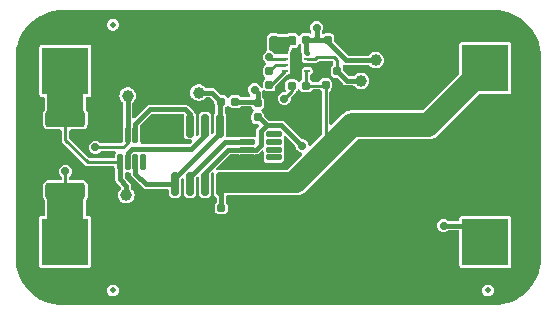
<source format=gtl>
%TF.GenerationSoftware,KiCad,Pcbnew,8.0.1*%
%TF.CreationDate,2025-02-04T12:10:19-05:00*%
%TF.ProjectId,diff_amp_breakout,64696666-5f61-46d7-905f-627265616b6f,rev?*%
%TF.SameCoordinates,Original*%
%TF.FileFunction,Copper,L1,Top*%
%TF.FilePolarity,Positive*%
%FSLAX46Y46*%
G04 Gerber Fmt 4.6, Leading zero omitted, Abs format (unit mm)*
G04 Created by KiCad (PCBNEW 8.0.1) date 2025-02-04 12:10:19*
%MOMM*%
%LPD*%
G01*
G04 APERTURE LIST*
G04 Aperture macros list*
%AMRoundRect*
0 Rectangle with rounded corners*
0 $1 Rounding radius*
0 $2 $3 $4 $5 $6 $7 $8 $9 X,Y pos of 4 corners*
0 Add a 4 corners polygon primitive as box body*
4,1,4,$2,$3,$4,$5,$6,$7,$8,$9,$2,$3,0*
0 Add four circle primitives for the rounded corners*
1,1,$1+$1,$2,$3*
1,1,$1+$1,$4,$5*
1,1,$1+$1,$6,$7*
1,1,$1+$1,$8,$9*
0 Add four rect primitives between the rounded corners*
20,1,$1+$1,$2,$3,$4,$5,0*
20,1,$1+$1,$4,$5,$6,$7,0*
20,1,$1+$1,$6,$7,$8,$9,0*
20,1,$1+$1,$8,$9,$2,$3,0*%
G04 Aperture macros list end*
%TA.AperFunction,SMDPad,CuDef*%
%ADD10C,1.000000*%
%TD*%
%TA.AperFunction,SMDPad,CuDef*%
%ADD11C,0.500000*%
%TD*%
%TA.AperFunction,SMDPad,CuDef*%
%ADD12RoundRect,0.125000X0.537500X0.125000X-0.537500X0.125000X-0.537500X-0.125000X0.537500X-0.125000X0*%
%TD*%
%TA.AperFunction,SMDPad,CuDef*%
%ADD13RoundRect,0.160000X0.160000X-0.197500X0.160000X0.197500X-0.160000X0.197500X-0.160000X-0.197500X0*%
%TD*%
%TA.AperFunction,SMDPad,CuDef*%
%ADD14RoundRect,0.160000X-0.197500X-0.160000X0.197500X-0.160000X0.197500X0.160000X-0.197500X0.160000X0*%
%TD*%
%TA.AperFunction,SMDPad,CuDef*%
%ADD15RoundRect,0.062500X0.187500X0.062500X-0.187500X0.062500X-0.187500X-0.062500X0.187500X-0.062500X0*%
%TD*%
%TA.AperFunction,SMDPad,CuDef*%
%ADD16R,0.900000X1.600000*%
%TD*%
%TA.AperFunction,SMDPad,CuDef*%
%ADD17RoundRect,0.160000X0.197500X0.160000X-0.197500X0.160000X-0.197500X-0.160000X0.197500X-0.160000X0*%
%TD*%
%TA.AperFunction,SMDPad,CuDef*%
%ADD18RoundRect,0.155000X-0.212500X-0.155000X0.212500X-0.155000X0.212500X0.155000X-0.212500X0.155000X0*%
%TD*%
%TA.AperFunction,SMDPad,CuDef*%
%ADD19RoundRect,0.155000X0.155000X-0.212500X0.155000X0.212500X-0.155000X0.212500X-0.155000X-0.212500X0*%
%TD*%
%TA.AperFunction,SMDPad,CuDef*%
%ADD20RoundRect,0.155000X-0.155000X0.212500X-0.155000X-0.212500X0.155000X-0.212500X0.155000X0.212500X0*%
%TD*%
%TA.AperFunction,SMDPad,CuDef*%
%ADD21RoundRect,0.150000X-0.150000X0.825000X-0.150000X-0.825000X0.150000X-0.825000X0.150000X0.825000X0*%
%TD*%
%TA.AperFunction,SMDPad,CuDef*%
%ADD22RoundRect,0.125000X0.125000X-0.537500X0.125000X0.537500X-0.125000X0.537500X-0.125000X-0.537500X0*%
%TD*%
%TA.AperFunction,SMDPad,CuDef*%
%ADD23RoundRect,0.249999X-1.425001X0.450001X-1.425001X-0.450001X1.425001X-0.450001X1.425001X0.450001X0*%
%TD*%
%TA.AperFunction,SMDPad,CuDef*%
%ADD24R,4.000000X4.000000*%
%TD*%
%TA.AperFunction,ViaPad*%
%ADD25C,0.700000*%
%TD*%
%TA.AperFunction,Conductor*%
%ADD26C,0.381000*%
%TD*%
%TA.AperFunction,Conductor*%
%ADD27C,2.032000*%
%TD*%
%TA.AperFunction,Conductor*%
%ADD28C,0.254000*%
%TD*%
%ADD29C,0.300000*%
G04 APERTURE END LIST*
D10*
%TO.P,TP5,1,1*%
%TO.N,/CPOUT*%
X118750000Y-58000000D03*
%TD*%
%TO.P,TP4,1,1*%
%TO.N,-3V3*%
X120000000Y-56250000D03*
%TD*%
%TO.P,TP3,1,1*%
%TO.N,/IOUT*%
X99000000Y-59250000D03*
%TD*%
%TO.P,TP2,1,1*%
%TO.N,/IIN*%
X98875000Y-67675000D03*
%TD*%
%TO.P,TP1,1,1*%
%TO.N,/RG1_FB*%
X105000000Y-59000000D03*
%TD*%
D11*
%TO.P,FID3,*%
%TO.N,*%
X129500000Y-75750000D03*
%TD*%
%TO.P,FID2,*%
%TO.N,*%
X97750000Y-53250000D03*
%TD*%
%TO.P,FID1,*%
%TO.N,*%
X97750000Y-75750000D03*
%TD*%
D12*
%TO.P,RN2,1,RIN1*%
%TO.N,unconnected-(RN2A-RIN1-Pad1)*%
X111373500Y-64475000D03*
%TO.P,RN2,2,RMID1*%
%TO.N,unconnected-(RN2A-RMID1-Pad2)*%
X111373500Y-63825000D03*
%TO.P,RN2,3,RG1*%
%TO.N,unconnected-(RN2A-RG1-Pad3)*%
X111373500Y-63175000D03*
%TO.P,RN2,4,GND/SUB*%
%TO.N,unconnected-(RN2A-GND{slash}SUB-Pad4)*%
X111373500Y-62525000D03*
%TO.P,RN2,5,RG2*%
%TO.N,GND*%
X109098500Y-62525000D03*
%TO.P,RN2,6,RMID2*%
%TO.N,Net-(RN2B-RMID2)*%
X109098500Y-63175000D03*
%TO.P,RN2,7,RIN2*%
%TO.N,/OUT*%
X109098500Y-63825000D03*
%TO.P,RN2,8,GND*%
%TO.N,GND*%
X109098500Y-64475000D03*
%TD*%
D13*
%TO.P,R6,1*%
%TO.N,/OUT*%
X110000000Y-61097500D03*
%TO.P,R6,2*%
%TO.N,-3V3*%
X110000000Y-59902500D03*
%TD*%
D14*
%TO.P,R5,1*%
%TO.N,/RG1_FB*%
X106902500Y-59750000D03*
%TO.P,R5,2*%
%TO.N,-3V3*%
X108097500Y-59750000D03*
%TD*%
D15*
%TO.P,U3,1,VIN*%
%TO.N,+3V3*%
X114200000Y-57150000D03*
%TO.P,U3,2,GND*%
%TO.N,GND*%
X114200000Y-56650000D03*
%TO.P,U3,3,CPOUT*%
%TO.N,/CPOUT*%
X114200000Y-56150000D03*
%TO.P,U3,4,VOUT*%
%TO.N,-3V3*%
X114200000Y-55650000D03*
%TO.P,U3,5,VFB*%
%TO.N,/VFB*%
X112300000Y-55650000D03*
%TO.P,U3,6,EN*%
%TO.N,/EN*%
X112300000Y-56150000D03*
%TO.P,U3,7,C-*%
%TO.N,/C-*%
X112300000Y-56650000D03*
%TO.P,U3,8,C+*%
%TO.N,/C+*%
X112300000Y-57150000D03*
D16*
%TO.P,U3,9,PAD*%
%TO.N,GND*%
X113250000Y-56400000D03*
%TD*%
D14*
%TO.P,R4,1*%
%TO.N,GND*%
X110152500Y-54500000D03*
%TO.P,R4,2*%
%TO.N,/VFB*%
X111347500Y-54500000D03*
%TD*%
%TO.P,R3,1*%
%TO.N,/VFB*%
X112902500Y-54500000D03*
%TO.P,R3,2*%
%TO.N,-3V3*%
X114097500Y-54500000D03*
%TD*%
D17*
%TO.P,R2,1*%
%TO.N,+3V3*%
X114097500Y-58400000D03*
%TO.P,R2,2*%
%TO.N,/EN*%
X112902500Y-58400000D03*
%TD*%
D18*
%TO.P,C5,1*%
%TO.N,-3V3*%
X115932500Y-54500000D03*
%TO.P,C5,2*%
%TO.N,GND*%
X117067500Y-54500000D03*
%TD*%
D19*
%TO.P,C4,1*%
%TO.N,/C+*%
X111000000Y-58317500D03*
%TO.P,C4,2*%
%TO.N,/C-*%
X111000000Y-57182500D03*
%TD*%
%TO.P,C3,1*%
%TO.N,+3V3*%
X115750000Y-58317500D03*
%TO.P,C3,2*%
%TO.N,GND*%
X115750000Y-57182500D03*
%TD*%
D18*
%TO.P,C2,1*%
%TO.N,+3V3*%
X106932500Y-68750000D03*
%TO.P,C2,2*%
%TO.N,GND*%
X108067500Y-68750000D03*
%TD*%
D20*
%TO.P,C1,1*%
%TO.N,/CPOUT*%
X116750000Y-57182500D03*
%TO.P,C1,2*%
%TO.N,GND*%
X116750000Y-58317500D03*
%TD*%
D21*
%TO.P,U1,1*%
%TO.N,/RG1_FB*%
X106807000Y-61787000D03*
%TO.P,U1,2,-*%
%TO.N,Net-(RN1A-RMID1)*%
X105537000Y-61787000D03*
%TO.P,U1,3,+*%
%TO.N,Net-(RN1B-RMID2)*%
X104267000Y-61787000D03*
%TO.P,U1,4,V-*%
%TO.N,GND*%
X102997000Y-61787000D03*
%TO.P,U1,5,+*%
%TO.N,/RG1_FB*%
X102997000Y-66737000D03*
%TO.P,U1,6,-*%
%TO.N,Net-(RN2B-RMID2)*%
X104267000Y-66737000D03*
%TO.P,U1,7*%
%TO.N,/OUT*%
X105537000Y-66737000D03*
%TO.P,U1,8,V+*%
%TO.N,+3V3*%
X106807000Y-66737000D03*
%TD*%
D22*
%TO.P,RN1,1,RIN1*%
%TO.N,/IIN*%
X98339000Y-64891500D03*
%TO.P,RN1,2,RMID1*%
%TO.N,Net-(RN1A-RMID1)*%
X98989000Y-64891500D03*
%TO.P,RN1,3,RG1*%
%TO.N,/RG1_FB*%
X99639000Y-64891500D03*
%TO.P,RN1,4,GND/SUB*%
%TO.N,unconnected-(RN1A-GND{slash}SUB-Pad4)*%
X100289000Y-64891500D03*
%TO.P,RN1,5,RG2*%
%TO.N,GND*%
X100289000Y-62616500D03*
%TO.P,RN1,6,RMID2*%
%TO.N,Net-(RN1B-RMID2)*%
X99639000Y-62616500D03*
%TO.P,RN1,7,RIN2*%
%TO.N,/IOUT*%
X98989000Y-62616500D03*
%TO.P,RN1,8,GND*%
%TO.N,GND*%
X98339000Y-62616500D03*
%TD*%
D23*
%TO.P,R1,1*%
%TO.N,/IIN*%
X93726000Y-61212000D03*
%TO.P,R1,2*%
%TO.N,/IOUT*%
X93726000Y-67312000D03*
%TD*%
D24*
%TO.P,J3,1,Pin_1*%
%TO.N,/IIN*%
X93726000Y-57150000D03*
%TD*%
%TO.P,J2,1,Pin_1*%
%TO.N,GND*%
X129286000Y-64008000D03*
%TD*%
%TO.P,J4,1,Pin_1*%
%TO.N,/IOUT*%
X93700000Y-71628000D03*
%TD*%
%TO.P,J5,1,Pin_1*%
%TO.N,/OUT*%
X129286000Y-71636500D03*
%TD*%
%TO.P,J1,1,Pin_1*%
%TO.N,+3V3*%
X129286000Y-56904500D03*
%TD*%
D25*
%TO.N,GND*%
X96250000Y-62250000D03*
%TO.N,-3V3*%
X109750000Y-58750000D03*
X115000000Y-53500000D03*
%TO.N,GND*%
X109250000Y-68750000D03*
%TO.N,/EN*%
X111000000Y-56000000D03*
X112250000Y-59500000D03*
%TO.N,GND*%
X116500000Y-60750000D03*
X113250000Y-56250000D03*
X131000000Y-60500000D03*
X127750000Y-67500000D03*
X130750000Y-67500000D03*
X113000000Y-64250000D03*
X109000000Y-61250000D03*
X103000000Y-59250000D03*
X101750000Y-61250000D03*
%TO.N,/OUT*%
X125750000Y-70250000D03*
X113750000Y-63500000D03*
%TO.N,/IOUT*%
X93726000Y-65659000D03*
X96266000Y-63627000D03*
%TD*%
D26*
%TO.N,/IIN*%
X98875000Y-66875000D02*
X98339000Y-66339000D01*
X98339000Y-66339000D02*
X98339000Y-64891500D01*
X98875000Y-67675000D02*
X98875000Y-66875000D01*
%TO.N,/IOUT*%
X99000000Y-62605500D02*
X98989000Y-62616500D01*
X99000000Y-59250000D02*
X99000000Y-62605500D01*
%TO.N,/RG1_FB*%
X105000000Y-59000000D02*
X106152500Y-59000000D01*
X106152500Y-59000000D02*
X106902500Y-59750000D01*
%TO.N,/CPOUT*%
X117567500Y-58000000D02*
X116750000Y-57182500D01*
X118750000Y-58000000D02*
X117567500Y-58000000D01*
%TO.N,-3V3*%
X115932500Y-54682500D02*
X115932500Y-54500000D01*
X117500000Y-56250000D02*
X115932500Y-54682500D01*
X120000000Y-56250000D02*
X117500000Y-56250000D01*
D27*
%TO.N,+3V3*%
X124460000Y-61722000D02*
X129277500Y-56904500D01*
X113300000Y-66400000D02*
X117978000Y-61722000D01*
X117978000Y-61722000D02*
X124460000Y-61722000D01*
D28*
X113300000Y-66400000D02*
X115750000Y-63950000D01*
X115750000Y-63950000D02*
X115750000Y-58317500D01*
D27*
X129277500Y-56904500D02*
X129286000Y-56904500D01*
D26*
%TO.N,-3V3*%
X115000000Y-54250000D02*
X114750000Y-54500000D01*
X115000000Y-53500000D02*
X115000000Y-54250000D01*
X114750000Y-54500000D02*
X115932500Y-54500000D01*
X114097500Y-54500000D02*
X114750000Y-54500000D01*
X110000000Y-59000000D02*
X109750000Y-58750000D01*
X110000000Y-59902500D02*
X110000000Y-59000000D01*
%TO.N,/OUT*%
X110101010Y-61097500D02*
X110753510Y-61750000D01*
X110000000Y-61097500D02*
X110101010Y-61097500D01*
%TO.N,-3V3*%
X109847500Y-59750000D02*
X110000000Y-59902500D01*
X108097500Y-59750000D02*
X109847500Y-59750000D01*
%TO.N,/RG1_FB*%
X106807000Y-59845500D02*
X106902500Y-59750000D01*
X106807000Y-61787000D02*
X106807000Y-59845500D01*
%TO.N,GND*%
X108067500Y-68750000D02*
X109250000Y-68750000D01*
%TO.N,+3V3*%
X106932500Y-66862500D02*
X106807000Y-66737000D01*
X106932500Y-68750000D02*
X106932500Y-66862500D01*
D28*
X114097500Y-57252500D02*
X114200000Y-57150000D01*
X114097500Y-58400000D02*
X114097500Y-57252500D01*
%TO.N,/EN*%
X111150000Y-56150000D02*
X112300000Y-56150000D01*
X112902500Y-58847500D02*
X112250000Y-59500000D01*
X111000000Y-56000000D02*
X111150000Y-56150000D01*
X112902500Y-58400000D02*
X112902500Y-58847500D01*
%TO.N,/CPOUT*%
X114850000Y-56150000D02*
X114200000Y-56150000D01*
X116500000Y-56000000D02*
X115000000Y-56000000D01*
X116750000Y-56250000D02*
X116500000Y-56000000D01*
X115000000Y-56000000D02*
X114850000Y-56150000D01*
X116750000Y-57182500D02*
X116750000Y-56250000D01*
%TO.N,+3V3*%
X115667500Y-58400000D02*
X115750000Y-58317500D01*
X114097500Y-58400000D02*
X115667500Y-58400000D01*
%TO.N,/C+*%
X111132500Y-58317500D02*
X112300000Y-57150000D01*
X111000000Y-58317500D02*
X111132500Y-58317500D01*
%TO.N,/C-*%
X111532500Y-56650000D02*
X111000000Y-57182500D01*
X112300000Y-56650000D02*
X111532500Y-56650000D01*
D26*
%TO.N,-3V3*%
X114097500Y-55547500D02*
X114200000Y-55650000D01*
X114097500Y-54500000D02*
X114097500Y-55547500D01*
%TO.N,/OUT*%
X127899500Y-70250000D02*
X129286000Y-71636500D01*
X125750000Y-70250000D02*
X127899500Y-70250000D01*
X112500000Y-62250000D02*
X113750000Y-63500000D01*
X110753510Y-61750000D02*
X112000000Y-61750000D01*
X112000000Y-61750000D02*
X112500000Y-62250000D01*
X110250000Y-62253510D02*
X110753510Y-61750000D01*
X110250000Y-63418490D02*
X110250000Y-62253510D01*
X109843490Y-63825000D02*
X110250000Y-63418490D01*
X109098500Y-63825000D02*
X109843490Y-63825000D01*
D28*
%TO.N,/IOUT*%
X98640999Y-63627000D02*
X96266000Y-63627000D01*
X93726000Y-65659000D02*
X93726000Y-67312000D01*
X98989000Y-63278999D02*
X98640999Y-63627000D01*
X98989000Y-62616500D02*
X98989000Y-63278999D01*
%TO.N,/IIN*%
X95625500Y-64891500D02*
X93726000Y-62992000D01*
X93726000Y-62992000D02*
X93726000Y-61212000D01*
X98339000Y-64891500D02*
X95625500Y-64891500D01*
X93853000Y-61339000D02*
X93726000Y-61212000D01*
D26*
%TO.N,Net-(RN1A-RMID1)*%
X105537000Y-62611000D02*
X105537000Y-61787000D01*
X99381510Y-63754000D02*
X104394000Y-63754000D01*
X98989000Y-64146510D02*
X99381510Y-63754000D01*
X104394000Y-63754000D02*
X105537000Y-62611000D01*
X98989000Y-64891500D02*
X98989000Y-64146510D01*
%TO.N,Net-(RN1B-RMID2)*%
X103855500Y-60421500D02*
X104267000Y-60833000D01*
X100868500Y-60421500D02*
X103855500Y-60421500D01*
X99639000Y-61651000D02*
X100868500Y-60421500D01*
X99639000Y-62616500D02*
X99639000Y-61651000D01*
X104267000Y-60833000D02*
X104267000Y-61787000D01*
%TO.N,/RG1_FB*%
X99639000Y-65857000D02*
X99639000Y-64891500D01*
X100519000Y-66737000D02*
X99639000Y-65857000D01*
X102997000Y-66737000D02*
X100519000Y-66737000D01*
%TO.N,/OUT*%
X107474001Y-63825000D02*
X109098500Y-63825000D01*
X105537000Y-65762001D02*
X107474001Y-63825000D01*
X105537000Y-66737000D02*
X105537000Y-65762001D01*
%TO.N,/RG1_FB*%
X106807000Y-62453460D02*
X106807000Y-61787000D01*
X102997000Y-66263460D02*
X106807000Y-62453460D01*
X102997000Y-66737000D02*
X102997000Y-66263460D01*
%TO.N,Net-(RN2B-RMID2)*%
X107259000Y-63175000D02*
X109098500Y-63175000D01*
X104267000Y-66167000D02*
X107259000Y-63175000D01*
X104267000Y-66737000D02*
X104267000Y-66167000D01*
%TD*%
%TA.AperFunction,Conductor*%
%TO.N,/IIN*%
G36*
X95193039Y-58693685D02*
G01*
X95238794Y-58746489D01*
X95250000Y-58798000D01*
X95250000Y-61090000D01*
X95230315Y-61157039D01*
X95177511Y-61202794D01*
X95126000Y-61214000D01*
X92326000Y-61214000D01*
X92258961Y-61194315D01*
X92213206Y-61141511D01*
X92202000Y-61090000D01*
X92202000Y-58798000D01*
X92221685Y-58730961D01*
X92274489Y-58685206D01*
X92326000Y-58674000D01*
X95126000Y-58674000D01*
X95193039Y-58693685D01*
G37*
%TD.AperFunction*%
%TD*%
%TA.AperFunction,Conductor*%
%TO.N,/IOUT*%
G36*
X95193039Y-67837685D02*
G01*
X95238794Y-67890489D01*
X95250000Y-67942000D01*
X95250000Y-69726000D01*
X95230315Y-69793039D01*
X95177511Y-69838794D01*
X95126000Y-69850000D01*
X92326000Y-69850000D01*
X92258961Y-69830315D01*
X92213206Y-69777511D01*
X92202000Y-69726000D01*
X92202000Y-67942000D01*
X92221685Y-67874961D01*
X92274489Y-67829206D01*
X92326000Y-67818000D01*
X95126000Y-67818000D01*
X95193039Y-67837685D01*
G37*
%TD.AperFunction*%
%TD*%
%TA.AperFunction,Conductor*%
%TO.N,+3V3*%
G36*
X114472426Y-65769685D02*
G01*
X114500382Y-65794301D01*
X114591289Y-65902656D01*
X114619298Y-65966667D01*
X114618407Y-66003904D01*
X114551327Y-66384023D01*
X114538990Y-66420139D01*
X114379746Y-66723289D01*
X114357010Y-66753942D01*
X113759847Y-67342465D01*
X113719842Y-67368880D01*
X113422605Y-67490733D01*
X113375570Y-67500000D01*
X106914576Y-67500000D01*
X106847537Y-67480315D01*
X106826895Y-67463681D01*
X106699533Y-67336319D01*
X106666048Y-67274996D01*
X106663214Y-67248638D01*
X106663214Y-66001362D01*
X106682899Y-65934323D01*
X106699533Y-65913681D01*
X106826895Y-65786319D01*
X106888218Y-65752834D01*
X106914576Y-65750000D01*
X114405387Y-65750000D01*
X114472426Y-65769685D01*
G37*
%TD.AperFunction*%
%TD*%
%TA.AperFunction,Conductor*%
%TO.N,GND*%
G36*
X112400006Y-62706681D02*
G01*
X112419823Y-62722781D01*
X113164638Y-63467596D01*
X113198123Y-63528919D01*
X113199896Y-63539091D01*
X113213670Y-63643707D01*
X113213671Y-63643712D01*
X113269137Y-63777622D01*
X113269138Y-63777624D01*
X113269139Y-63777625D01*
X113357379Y-63892621D01*
X113472375Y-63980861D01*
X113606291Y-64036330D01*
X113654779Y-64042713D01*
X113718674Y-64070979D01*
X113757146Y-64129303D01*
X113757978Y-64199168D01*
X113726274Y-64253333D01*
X112471428Y-65508181D01*
X112410105Y-65541666D01*
X112383747Y-65544500D01*
X106914575Y-65544500D01*
X106892595Y-65545678D01*
X106866250Y-65548511D01*
X106842862Y-65555835D01*
X106805809Y-65561500D01*
X106623740Y-65561500D01*
X106619613Y-65562101D01*
X106603441Y-65564457D01*
X106534264Y-65554641D01*
X106481376Y-65508984D01*
X106461567Y-65441981D01*
X106481128Y-65374905D01*
X106497880Y-65354077D01*
X107599640Y-64252319D01*
X107660963Y-64218834D01*
X107687321Y-64216000D01*
X108333751Y-64216000D01*
X108386155Y-64227617D01*
X108475455Y-64269259D01*
X108522861Y-64275500D01*
X109674138Y-64275499D01*
X109721545Y-64269259D01*
X109810844Y-64227617D01*
X109863249Y-64216000D01*
X109894964Y-64216000D01*
X109894966Y-64216000D01*
X109994411Y-64189354D01*
X110083570Y-64137878D01*
X110300457Y-63920990D01*
X110361775Y-63887508D01*
X110431467Y-63892492D01*
X110487401Y-63934363D01*
X110511073Y-63992490D01*
X110516740Y-64035541D01*
X110516743Y-64035551D01*
X110545675Y-64097596D01*
X110556167Y-64166673D01*
X110545676Y-64202403D01*
X110521928Y-64253333D01*
X110516740Y-64264458D01*
X110510500Y-64311859D01*
X110510500Y-64638132D01*
X110510501Y-64638138D01*
X110516741Y-64685545D01*
X110565253Y-64789579D01*
X110646421Y-64870747D01*
X110750455Y-64919259D01*
X110797861Y-64925500D01*
X111949138Y-64925499D01*
X111996545Y-64919259D01*
X112100579Y-64870747D01*
X112181747Y-64789579D01*
X112230259Y-64685545D01*
X112236500Y-64638139D01*
X112236499Y-64311862D01*
X112230259Y-64264455D01*
X112201323Y-64202403D01*
X112190832Y-64133327D01*
X112201321Y-64097601D01*
X112230259Y-64035545D01*
X112236500Y-63988139D01*
X112236499Y-63661862D01*
X112230259Y-63614455D01*
X112201323Y-63552403D01*
X112190832Y-63483327D01*
X112201321Y-63447601D01*
X112230259Y-63385545D01*
X112236500Y-63338139D01*
X112236499Y-63011862D01*
X112230259Y-62964455D01*
X112201323Y-62902403D01*
X112190832Y-62833327D01*
X112201320Y-62797603D01*
X112219763Y-62758053D01*
X112265931Y-62705619D01*
X112333125Y-62686466D01*
X112400006Y-62706681D01*
G37*
%TD.AperFunction*%
%TA.AperFunction,Conductor*%
G36*
X103709219Y-60832185D02*
G01*
X103729861Y-60848819D01*
X103730181Y-60849139D01*
X103763666Y-60910462D01*
X103766500Y-60936820D01*
X103766500Y-62645260D01*
X103776426Y-62713391D01*
X103827803Y-62818485D01*
X103910514Y-62901196D01*
X103910515Y-62901196D01*
X103910517Y-62901198D01*
X104015607Y-62952573D01*
X104049673Y-62957536D01*
X104083739Y-62962500D01*
X104333180Y-62962500D01*
X104400219Y-62982185D01*
X104445974Y-63034989D01*
X104455918Y-63104147D01*
X104426893Y-63167703D01*
X104420861Y-63174181D01*
X104268361Y-63326681D01*
X104207038Y-63360166D01*
X104180680Y-63363000D01*
X100208401Y-63363000D01*
X100141362Y-63343315D01*
X100095607Y-63290511D01*
X100085462Y-63222816D01*
X100087318Y-63208710D01*
X100089500Y-63192139D01*
X100089499Y-62040862D01*
X100083259Y-61993455D01*
X100045613Y-61912723D01*
X100035122Y-61843651D01*
X100063641Y-61779866D01*
X100070302Y-61772654D01*
X100994138Y-60848819D01*
X101055461Y-60815334D01*
X101081819Y-60812500D01*
X103642180Y-60812500D01*
X103709219Y-60832185D01*
G37*
%TD.AperFunction*%
%TA.AperFunction,Conductor*%
G36*
X107585682Y-60102505D02*
G01*
X107600917Y-60120087D01*
X107602552Y-60122377D01*
X107687624Y-60207449D01*
X107687627Y-60207451D01*
X107791201Y-60258084D01*
X107795714Y-60260291D01*
X107865785Y-60270500D01*
X108329214Y-60270499D01*
X108399286Y-60260291D01*
X108399290Y-60260289D01*
X108399291Y-60260289D01*
X108507372Y-60207451D01*
X108507375Y-60207449D01*
X108537504Y-60177320D01*
X108598826Y-60143834D01*
X108625186Y-60141000D01*
X109381366Y-60141000D01*
X109448405Y-60160685D01*
X109492765Y-60210538D01*
X109517088Y-60260291D01*
X109542551Y-60312376D01*
X109627625Y-60397450D01*
X109629916Y-60399086D01*
X109632297Y-60402122D01*
X109634890Y-60404715D01*
X109634576Y-60405028D01*
X109673035Y-60454064D01*
X109679587Y-60523625D01*
X109647490Y-60585686D01*
X109629916Y-60600914D01*
X109627625Y-60602549D01*
X109542550Y-60687624D01*
X109542548Y-60687627D01*
X109489710Y-60795710D01*
X109489709Y-60795712D01*
X109489709Y-60795714D01*
X109479500Y-60865785D01*
X109479500Y-60865789D01*
X109479500Y-60865790D01*
X109479500Y-61329213D01*
X109481952Y-61346042D01*
X109489709Y-61399286D01*
X109489709Y-61399287D01*
X109489710Y-61399289D01*
X109489710Y-61399291D01*
X109542548Y-61507372D01*
X109542550Y-61507375D01*
X109627624Y-61592449D01*
X109627627Y-61592451D01*
X109731201Y-61643084D01*
X109735714Y-61645291D01*
X109805785Y-61655500D01*
X109995690Y-61655499D01*
X110062729Y-61675183D01*
X110108484Y-61727987D01*
X110118428Y-61797145D01*
X110089403Y-61860701D01*
X110083372Y-61867180D01*
X109937121Y-62013431D01*
X109937120Y-62013433D01*
X109885647Y-62102586D01*
X109885646Y-62102589D01*
X109859000Y-62202034D01*
X109859000Y-62607442D01*
X109839315Y-62674481D01*
X109786511Y-62720236D01*
X109718816Y-62730381D01*
X109674141Y-62724500D01*
X108522867Y-62724500D01*
X108507839Y-62726478D01*
X108475455Y-62730741D01*
X108475453Y-62730742D01*
X108475451Y-62730742D01*
X108386156Y-62772382D01*
X108333751Y-62784000D01*
X107430661Y-62784000D01*
X107363622Y-62764315D01*
X107317867Y-62711511D01*
X107309002Y-62649863D01*
X107307176Y-62649731D01*
X107307500Y-62645262D01*
X107307500Y-60928739D01*
X107298328Y-60865790D01*
X107297573Y-60860607D01*
X107246198Y-60755517D01*
X107246196Y-60755515D01*
X107246196Y-60755514D01*
X107234319Y-60743637D01*
X107200834Y-60682314D01*
X107198000Y-60655956D01*
X107198000Y-60340768D01*
X107217685Y-60273729D01*
X107267541Y-60229367D01*
X107312375Y-60207449D01*
X107397447Y-60122377D01*
X107397449Y-60122375D01*
X107397450Y-60122372D01*
X107399083Y-60120087D01*
X107402120Y-60117704D01*
X107404715Y-60115110D01*
X107405028Y-60115423D01*
X107454058Y-60076966D01*
X107523620Y-60070411D01*
X107585682Y-60102505D01*
G37*
%TD.AperFunction*%
%TA.AperFunction,Conductor*%
G36*
X129902123Y-52000002D02*
G01*
X129904533Y-52000016D01*
X130095194Y-52001186D01*
X130101241Y-52001372D01*
X130291488Y-52011888D01*
X130296731Y-52012291D01*
X130388829Y-52021363D01*
X130394818Y-52022101D01*
X130773876Y-52078329D01*
X130785790Y-52080699D01*
X131154524Y-52173062D01*
X131166170Y-52176594D01*
X131524086Y-52304658D01*
X131535292Y-52309300D01*
X131878959Y-52471842D01*
X131889678Y-52477572D01*
X132215717Y-52672993D01*
X132225834Y-52679753D01*
X132531148Y-52906188D01*
X132540547Y-52913902D01*
X132822218Y-53169192D01*
X132830807Y-53177781D01*
X133086095Y-53459450D01*
X133093811Y-53468851D01*
X133320246Y-53774165D01*
X133327006Y-53784282D01*
X133522427Y-54110321D01*
X133528161Y-54121047D01*
X133690695Y-54464697D01*
X133695347Y-54475928D01*
X133823405Y-54833831D01*
X133826937Y-54845475D01*
X133919297Y-55214196D01*
X133921671Y-55226131D01*
X133977894Y-55605155D01*
X133978639Y-55611195D01*
X133987705Y-55703234D01*
X133988113Y-55708545D01*
X133998626Y-55898740D01*
X133998813Y-55904823D01*
X133999998Y-56097876D01*
X134000000Y-56098637D01*
X134000000Y-72901362D01*
X133999998Y-72902123D01*
X133998813Y-73095176D01*
X133998626Y-73101259D01*
X133988113Y-73291454D01*
X133987705Y-73296765D01*
X133978639Y-73388804D01*
X133977894Y-73394844D01*
X133921671Y-73773868D01*
X133919297Y-73785803D01*
X133826937Y-74154524D01*
X133823405Y-74166168D01*
X133695347Y-74524071D01*
X133690690Y-74535314D01*
X133528164Y-74878946D01*
X133522427Y-74889678D01*
X133327006Y-75215717D01*
X133320246Y-75225834D01*
X133093811Y-75531148D01*
X133086091Y-75540555D01*
X132830815Y-75822210D01*
X132822210Y-75830815D01*
X132540555Y-76086091D01*
X132531148Y-76093811D01*
X132225834Y-76320246D01*
X132215717Y-76327006D01*
X131889678Y-76522427D01*
X131878946Y-76528164D01*
X131535309Y-76690691D01*
X131524071Y-76695347D01*
X131166168Y-76823405D01*
X131154524Y-76826937D01*
X130785803Y-76919297D01*
X130773868Y-76921671D01*
X130394844Y-76977894D01*
X130388804Y-76978639D01*
X130296765Y-76987705D01*
X130291454Y-76988113D01*
X130101259Y-76998626D01*
X130095176Y-76998813D01*
X129902124Y-76999998D01*
X129901363Y-77000000D01*
X93598637Y-77000000D01*
X93597876Y-76999998D01*
X93404823Y-76998813D01*
X93398740Y-76998626D01*
X93208545Y-76988113D01*
X93203234Y-76987705D01*
X93111195Y-76978639D01*
X93105155Y-76977894D01*
X92726131Y-76921671D01*
X92714196Y-76919297D01*
X92345475Y-76826937D01*
X92333831Y-76823405D01*
X92050643Y-76722080D01*
X91975924Y-76695345D01*
X91964697Y-76690695D01*
X91621047Y-76528161D01*
X91610321Y-76522427D01*
X91284282Y-76327006D01*
X91274165Y-76320246D01*
X90968851Y-76093811D01*
X90959450Y-76086095D01*
X90677781Y-75830807D01*
X90669192Y-75822218D01*
X90603738Y-75750000D01*
X97244353Y-75750000D01*
X97264834Y-75892456D01*
X97324622Y-76023371D01*
X97324623Y-76023373D01*
X97418872Y-76132143D01*
X97539947Y-76209953D01*
X97539950Y-76209954D01*
X97539949Y-76209954D01*
X97678036Y-76250499D01*
X97678038Y-76250500D01*
X97678039Y-76250500D01*
X97821962Y-76250500D01*
X97821962Y-76250499D01*
X97960053Y-76209953D01*
X98081128Y-76132143D01*
X98175377Y-76023373D01*
X98235165Y-75892457D01*
X98255647Y-75750000D01*
X128994353Y-75750000D01*
X129014834Y-75892456D01*
X129074622Y-76023371D01*
X129074623Y-76023373D01*
X129168872Y-76132143D01*
X129289947Y-76209953D01*
X129289950Y-76209954D01*
X129289949Y-76209954D01*
X129428036Y-76250499D01*
X129428038Y-76250500D01*
X129428039Y-76250500D01*
X129571962Y-76250500D01*
X129571962Y-76250499D01*
X129710053Y-76209953D01*
X129831128Y-76132143D01*
X129925377Y-76023373D01*
X129985165Y-75892457D01*
X130005647Y-75750000D01*
X129985165Y-75607543D01*
X129925377Y-75476627D01*
X129831128Y-75367857D01*
X129710053Y-75290047D01*
X129710051Y-75290046D01*
X129710049Y-75290045D01*
X129710050Y-75290045D01*
X129571963Y-75249500D01*
X129571961Y-75249500D01*
X129428039Y-75249500D01*
X129428036Y-75249500D01*
X129289949Y-75290045D01*
X129168873Y-75367856D01*
X129074623Y-75476626D01*
X129074622Y-75476628D01*
X129014834Y-75607543D01*
X128994353Y-75750000D01*
X98255647Y-75750000D01*
X98235165Y-75607543D01*
X98175377Y-75476627D01*
X98081128Y-75367857D01*
X97960053Y-75290047D01*
X97960051Y-75290046D01*
X97960049Y-75290045D01*
X97960050Y-75290045D01*
X97821963Y-75249500D01*
X97821961Y-75249500D01*
X97678039Y-75249500D01*
X97678036Y-75249500D01*
X97539949Y-75290045D01*
X97418873Y-75367856D01*
X97324623Y-75476626D01*
X97324622Y-75476628D01*
X97264834Y-75607543D01*
X97244353Y-75750000D01*
X90603738Y-75750000D01*
X90413902Y-75540547D01*
X90406188Y-75531148D01*
X90179753Y-75225834D01*
X90172993Y-75215717D01*
X89977572Y-74889678D01*
X89971842Y-74878959D01*
X89809300Y-74535292D01*
X89804658Y-74524086D01*
X89676594Y-74166168D01*
X89673062Y-74154524D01*
X89580699Y-73785790D01*
X89578328Y-73773868D01*
X89568295Y-73706229D01*
X89559621Y-73647752D01*
X91499500Y-73647752D01*
X91511131Y-73706229D01*
X91511132Y-73706230D01*
X91555447Y-73772552D01*
X91621769Y-73816867D01*
X91621770Y-73816868D01*
X91680247Y-73828499D01*
X91680250Y-73828500D01*
X91680252Y-73828500D01*
X95719750Y-73828500D01*
X95719751Y-73828499D01*
X95735499Y-73825367D01*
X95778229Y-73816868D01*
X95778229Y-73816867D01*
X95778231Y-73816867D01*
X95844552Y-73772552D01*
X95888867Y-73706231D01*
X95888867Y-73706229D01*
X95888868Y-73706229D01*
X95900499Y-73647752D01*
X95900500Y-73647750D01*
X95900500Y-70250000D01*
X125194750Y-70250000D01*
X125213670Y-70393708D01*
X125213671Y-70393712D01*
X125269137Y-70527622D01*
X125269138Y-70527624D01*
X125269139Y-70527625D01*
X125357379Y-70642621D01*
X125472375Y-70730861D01*
X125606291Y-70786330D01*
X125733280Y-70803048D01*
X125749999Y-70805250D01*
X125750000Y-70805250D01*
X125750001Y-70805250D01*
X125764977Y-70803278D01*
X125893709Y-70786330D01*
X126027625Y-70730861D01*
X126111340Y-70666623D01*
X126176509Y-70641430D01*
X126186826Y-70641000D01*
X126961500Y-70641000D01*
X127028539Y-70660685D01*
X127074294Y-70713489D01*
X127085500Y-70765000D01*
X127085500Y-73656252D01*
X127097131Y-73714729D01*
X127097132Y-73714730D01*
X127141447Y-73781052D01*
X127207769Y-73825367D01*
X127207770Y-73825368D01*
X127266247Y-73836999D01*
X127266250Y-73837000D01*
X127266252Y-73837000D01*
X131305750Y-73837000D01*
X131305751Y-73836999D01*
X131320568Y-73834052D01*
X131364229Y-73825368D01*
X131364229Y-73825367D01*
X131364231Y-73825367D01*
X131430552Y-73781052D01*
X131474867Y-73714731D01*
X131474867Y-73714729D01*
X131474868Y-73714729D01*
X131486499Y-73656252D01*
X131486500Y-73656250D01*
X131486500Y-69616749D01*
X131486499Y-69616747D01*
X131474868Y-69558270D01*
X131474867Y-69558269D01*
X131430552Y-69491947D01*
X131364230Y-69447632D01*
X131364229Y-69447631D01*
X131305752Y-69436000D01*
X131305748Y-69436000D01*
X127266252Y-69436000D01*
X127266247Y-69436000D01*
X127207770Y-69447631D01*
X127207769Y-69447632D01*
X127141447Y-69491947D01*
X127097132Y-69558269D01*
X127097131Y-69558270D01*
X127085500Y-69616747D01*
X127085500Y-69735000D01*
X127065815Y-69802039D01*
X127013011Y-69847794D01*
X126961500Y-69859000D01*
X126186826Y-69859000D01*
X126119787Y-69839315D01*
X126111349Y-69833383D01*
X126027625Y-69769139D01*
X126027624Y-69769138D01*
X126027622Y-69769137D01*
X125893712Y-69713671D01*
X125893710Y-69713670D01*
X125893709Y-69713670D01*
X125821854Y-69704210D01*
X125750001Y-69694750D01*
X125749999Y-69694750D01*
X125606291Y-69713670D01*
X125606287Y-69713671D01*
X125472377Y-69769137D01*
X125357379Y-69857379D01*
X125269137Y-69972377D01*
X125213671Y-70106287D01*
X125213670Y-70106291D01*
X125194750Y-70249999D01*
X125194750Y-70250000D01*
X95900500Y-70250000D01*
X95900500Y-69608249D01*
X95900499Y-69608247D01*
X95888868Y-69549770D01*
X95888867Y-69549769D01*
X95844552Y-69483447D01*
X95778230Y-69439132D01*
X95778229Y-69439131D01*
X95719752Y-69427500D01*
X95719748Y-69427500D01*
X95579500Y-69427500D01*
X95512461Y-69407815D01*
X95466706Y-69355011D01*
X95455500Y-69303500D01*
X95455500Y-68148868D01*
X95475185Y-68081829D01*
X95479730Y-68075234D01*
X95553793Y-67974883D01*
X95581509Y-67895676D01*
X95598646Y-67846702D01*
X95598646Y-67846700D01*
X95600259Y-67829500D01*
X95601500Y-67816267D01*
X95601499Y-66807734D01*
X95598646Y-66777300D01*
X95553793Y-66649117D01*
X95502105Y-66579082D01*
X95473150Y-66539849D01*
X95399123Y-66485215D01*
X95363883Y-66459207D01*
X95363881Y-66459206D01*
X95235701Y-66414353D01*
X95205271Y-66411500D01*
X95205267Y-66411500D01*
X94177500Y-66411500D01*
X94110461Y-66391815D01*
X94064706Y-66339011D01*
X94053500Y-66287500D01*
X94053500Y-66162739D01*
X94073185Y-66095700D01*
X94102014Y-66064363D01*
X94118621Y-66051621D01*
X94206861Y-65936625D01*
X94262330Y-65802709D01*
X94281250Y-65659000D01*
X94262330Y-65515291D01*
X94206861Y-65381375D01*
X94118621Y-65266379D01*
X94003625Y-65178139D01*
X94003624Y-65178138D01*
X94003622Y-65178137D01*
X93869712Y-65122671D01*
X93869710Y-65122670D01*
X93869709Y-65122670D01*
X93797854Y-65113210D01*
X93726001Y-65103750D01*
X93725999Y-65103750D01*
X93582291Y-65122670D01*
X93582287Y-65122671D01*
X93448377Y-65178137D01*
X93333379Y-65266379D01*
X93245137Y-65381377D01*
X93189671Y-65515287D01*
X93189670Y-65515291D01*
X93170750Y-65658999D01*
X93170750Y-65659000D01*
X93189670Y-65802708D01*
X93189671Y-65802712D01*
X93245138Y-65936623D01*
X93245139Y-65936625D01*
X93333377Y-66051620D01*
X93342496Y-66058617D01*
X93349984Y-66064362D01*
X93391188Y-66120789D01*
X93398500Y-66162739D01*
X93398500Y-66287500D01*
X93378815Y-66354539D01*
X93326011Y-66400294D01*
X93274500Y-66411500D01*
X92246739Y-66411500D01*
X92232751Y-66412811D01*
X92216300Y-66414354D01*
X92216297Y-66414354D01*
X92216296Y-66414355D01*
X92216294Y-66414355D01*
X92088117Y-66459206D01*
X91978849Y-66539849D01*
X91898206Y-66649118D01*
X91853353Y-66777297D01*
X91853353Y-66777299D01*
X91850500Y-66807729D01*
X91850500Y-67816260D01*
X91850501Y-67816266D01*
X91853354Y-67846700D01*
X91853354Y-67846702D01*
X91853355Y-67846703D01*
X91853355Y-67846705D01*
X91875086Y-67908807D01*
X91898207Y-67974883D01*
X91972270Y-68075234D01*
X91996241Y-68140863D01*
X91996500Y-68148868D01*
X91996500Y-69303500D01*
X91976815Y-69370539D01*
X91924011Y-69416294D01*
X91872500Y-69427500D01*
X91680247Y-69427500D01*
X91621770Y-69439131D01*
X91621769Y-69439132D01*
X91555447Y-69483447D01*
X91511132Y-69549769D01*
X91511131Y-69549770D01*
X91499500Y-69608247D01*
X91499500Y-73647752D01*
X89559621Y-73647752D01*
X89522101Y-73394818D01*
X89521363Y-73388829D01*
X89512291Y-73296731D01*
X89511888Y-73291488D01*
X89501372Y-73101241D01*
X89501186Y-73095175D01*
X89500002Y-72902122D01*
X89500000Y-72901362D01*
X89500000Y-59169752D01*
X91525500Y-59169752D01*
X91537131Y-59228229D01*
X91537132Y-59228230D01*
X91581447Y-59294552D01*
X91647769Y-59338867D01*
X91647770Y-59338868D01*
X91706247Y-59350499D01*
X91706250Y-59350500D01*
X91706252Y-59350500D01*
X91872500Y-59350500D01*
X91939539Y-59370185D01*
X91985294Y-59422989D01*
X91996500Y-59474500D01*
X91996500Y-60375132D01*
X91976815Y-60442171D01*
X91972274Y-60448759D01*
X91963610Y-60460500D01*
X91898206Y-60549118D01*
X91853353Y-60677297D01*
X91853353Y-60677299D01*
X91850500Y-60707729D01*
X91850500Y-61716260D01*
X91851218Y-61723913D01*
X91853354Y-61746700D01*
X91853354Y-61746702D01*
X91853355Y-61746703D01*
X91853355Y-61746705D01*
X91898206Y-61874882D01*
X91978849Y-61984150D01*
X92018523Y-62013430D01*
X92088117Y-62064793D01*
X92130844Y-62079744D01*
X92216298Y-62109646D01*
X92223323Y-62110304D01*
X92246733Y-62112500D01*
X93274500Y-62112499D01*
X93341539Y-62132183D01*
X93387294Y-62184987D01*
X93398500Y-62236499D01*
X93398500Y-62948884D01*
X93398500Y-63035116D01*
X93420819Y-63118410D01*
X93463935Y-63193090D01*
X95363435Y-65092590D01*
X95424410Y-65153565D01*
X95499090Y-65196681D01*
X95582384Y-65219000D01*
X97764501Y-65219000D01*
X97831540Y-65238685D01*
X97877295Y-65291489D01*
X97888501Y-65343000D01*
X97888501Y-65467138D01*
X97894741Y-65514545D01*
X97894742Y-65514547D01*
X97894742Y-65514548D01*
X97907388Y-65541666D01*
X97936382Y-65603845D01*
X97948000Y-65656248D01*
X97948000Y-66287524D01*
X97948000Y-66390476D01*
X97974646Y-66489921D01*
X98026122Y-66579080D01*
X98254781Y-66807739D01*
X98416614Y-66969571D01*
X98450099Y-67030894D01*
X98445115Y-67100585D01*
X98411161Y-67150067D01*
X98346816Y-67207071D01*
X98250182Y-67347068D01*
X98189860Y-67506125D01*
X98189859Y-67506130D01*
X98169355Y-67675000D01*
X98189859Y-67843869D01*
X98189860Y-67843874D01*
X98250182Y-68002931D01*
X98312475Y-68093177D01*
X98346817Y-68142929D01*
X98433117Y-68219384D01*
X98474150Y-68255736D01*
X98624773Y-68334789D01*
X98624775Y-68334790D01*
X98789944Y-68375500D01*
X98960056Y-68375500D01*
X99125225Y-68334790D01*
X99217380Y-68286423D01*
X99275849Y-68255736D01*
X99275850Y-68255734D01*
X99275852Y-68255734D01*
X99403183Y-68142929D01*
X99499818Y-68002930D01*
X99560140Y-67843872D01*
X99580645Y-67675000D01*
X99560140Y-67506128D01*
X99499818Y-67347070D01*
X99486582Y-67327895D01*
X99434195Y-67252000D01*
X99403183Y-67207071D01*
X99403181Y-67207069D01*
X99307773Y-67122544D01*
X99270646Y-67063354D01*
X99266000Y-67029729D01*
X99266000Y-66823526D01*
X99266000Y-66823524D01*
X99239354Y-66724080D01*
X99187878Y-66634920D01*
X99115080Y-66562122D01*
X99110749Y-66557791D01*
X99110738Y-66557781D01*
X98766319Y-66213361D01*
X98732834Y-66152038D01*
X98730000Y-66125680D01*
X98730000Y-65878499D01*
X98749685Y-65811460D01*
X98802489Y-65765705D01*
X98853995Y-65754499D01*
X99124000Y-65754499D01*
X99191039Y-65774184D01*
X99236794Y-65826988D01*
X99248000Y-65878499D01*
X99248000Y-65908476D01*
X99274646Y-66007921D01*
X99326122Y-66097080D01*
X100278920Y-67049878D01*
X100368079Y-67101354D01*
X100467524Y-67128000D01*
X102372500Y-67128000D01*
X102439539Y-67147685D01*
X102485294Y-67200489D01*
X102496500Y-67252000D01*
X102496500Y-67595260D01*
X102506426Y-67663391D01*
X102557803Y-67768485D01*
X102640514Y-67851196D01*
X102640515Y-67851196D01*
X102640517Y-67851198D01*
X102745607Y-67902573D01*
X102779673Y-67907536D01*
X102813739Y-67912500D01*
X102813740Y-67912500D01*
X103180261Y-67912500D01*
X103202971Y-67909191D01*
X103248393Y-67902573D01*
X103353483Y-67851198D01*
X103436198Y-67768483D01*
X103487573Y-67663393D01*
X103497500Y-67595260D01*
X103497500Y-66367279D01*
X103517185Y-66300240D01*
X103533819Y-66279598D01*
X103554819Y-66258598D01*
X103616142Y-66225113D01*
X103685834Y-66230097D01*
X103741767Y-66271969D01*
X103766184Y-66337433D01*
X103766500Y-66346279D01*
X103766500Y-67595260D01*
X103776426Y-67663391D01*
X103827803Y-67768485D01*
X103910514Y-67851196D01*
X103910515Y-67851196D01*
X103910517Y-67851198D01*
X104015607Y-67902573D01*
X104049673Y-67907536D01*
X104083739Y-67912500D01*
X104083740Y-67912500D01*
X104450261Y-67912500D01*
X104472971Y-67909191D01*
X104518393Y-67902573D01*
X104623483Y-67851198D01*
X104706198Y-67768483D01*
X104757573Y-67663393D01*
X104767500Y-67595260D01*
X104767500Y-66270820D01*
X104787185Y-66203781D01*
X104803819Y-66183139D01*
X104824819Y-66162139D01*
X104886142Y-66128654D01*
X104955834Y-66133638D01*
X105011767Y-66175510D01*
X105036184Y-66240974D01*
X105036500Y-66249820D01*
X105036500Y-67595260D01*
X105046426Y-67663391D01*
X105097803Y-67768485D01*
X105180514Y-67851196D01*
X105180515Y-67851196D01*
X105180517Y-67851198D01*
X105285607Y-67902573D01*
X105319673Y-67907536D01*
X105353739Y-67912500D01*
X105353740Y-67912500D01*
X105720261Y-67912500D01*
X105742971Y-67909191D01*
X105788393Y-67902573D01*
X105893483Y-67851198D01*
X105976198Y-67768483D01*
X106027573Y-67663393D01*
X106037500Y-67595260D01*
X106037500Y-65878740D01*
X106037499Y-65878736D01*
X106037255Y-65875371D01*
X106052032Y-65807082D01*
X106073244Y-65778713D01*
X106099073Y-65752884D01*
X106160394Y-65719401D01*
X106230086Y-65724385D01*
X106286019Y-65766257D01*
X106310436Y-65831721D01*
X106309457Y-65858441D01*
X106306500Y-65878741D01*
X106306500Y-67595260D01*
X106316426Y-67663391D01*
X106367803Y-67768485D01*
X106450515Y-67851197D01*
X106471959Y-67861680D01*
X106523542Y-67908807D01*
X106541500Y-67973081D01*
X106541500Y-68219384D01*
X106521815Y-68286423D01*
X106505181Y-68307065D01*
X106426678Y-68385568D01*
X106426676Y-68385569D01*
X106374567Y-68492157D01*
X106374567Y-68492160D01*
X106364500Y-68561258D01*
X106364500Y-68938742D01*
X106372050Y-68990565D01*
X106374567Y-69007842D01*
X106426676Y-69114430D01*
X106510569Y-69198323D01*
X106617157Y-69250432D01*
X106617158Y-69250432D01*
X106617160Y-69250433D01*
X106686258Y-69260500D01*
X106686264Y-69260500D01*
X107178736Y-69260500D01*
X107178742Y-69260500D01*
X107247840Y-69250433D01*
X107354429Y-69198324D01*
X107354430Y-69198323D01*
X107354432Y-69198322D01*
X107438322Y-69114432D01*
X107438323Y-69114430D01*
X107438324Y-69114429D01*
X107490433Y-69007840D01*
X107500500Y-68938742D01*
X107500500Y-68561258D01*
X107490433Y-68492160D01*
X107438324Y-68385571D01*
X107438323Y-68385570D01*
X107438323Y-68385569D01*
X107359819Y-68307065D01*
X107326334Y-68245742D01*
X107323500Y-68219384D01*
X107323500Y-67829500D01*
X107343185Y-67762461D01*
X107395989Y-67716706D01*
X107447500Y-67705500D01*
X113375564Y-67705500D01*
X113375570Y-67705500D01*
X113415295Y-67701624D01*
X113462330Y-67692357D01*
X113500554Y-67680875D01*
X113797791Y-67559022D01*
X113833075Y-67540369D01*
X113873080Y-67513954D01*
X113904095Y-67488830D01*
X113990339Y-67403831D01*
X114004491Y-67391832D01*
X114092496Y-67327895D01*
X118445571Y-62974818D01*
X118506894Y-62941334D01*
X118533252Y-62938500D01*
X124359124Y-62938500D01*
X124359148Y-62938501D01*
X124364259Y-62938501D01*
X124555739Y-62938501D01*
X124555741Y-62938501D01*
X124719001Y-62912641D01*
X124719006Y-62912642D01*
X124719006Y-62912641D01*
X124726020Y-62911530D01*
X124744865Y-62908546D01*
X124926974Y-62849375D01*
X124988916Y-62817814D01*
X125097585Y-62762445D01*
X125149810Y-62724501D01*
X125192424Y-62693541D01*
X125229215Y-62666809D01*
X125252497Y-62649895D01*
X125387895Y-62514497D01*
X125387896Y-62514495D01*
X125394956Y-62507435D01*
X125394961Y-62507428D01*
X128761072Y-59141319D01*
X128822395Y-59107834D01*
X128848753Y-59105000D01*
X131305750Y-59105000D01*
X131305751Y-59104999D01*
X131320568Y-59102052D01*
X131364229Y-59093368D01*
X131364229Y-59093367D01*
X131364231Y-59093367D01*
X131430552Y-59049052D01*
X131474867Y-58982731D01*
X131474867Y-58982729D01*
X131474868Y-58982729D01*
X131486499Y-58924252D01*
X131486500Y-58924250D01*
X131486500Y-54884749D01*
X131486499Y-54884747D01*
X131474868Y-54826270D01*
X131474867Y-54826269D01*
X131430552Y-54759947D01*
X131364230Y-54715632D01*
X131364229Y-54715631D01*
X131305752Y-54704000D01*
X131305748Y-54704000D01*
X127266252Y-54704000D01*
X127266247Y-54704000D01*
X127207770Y-54715631D01*
X127207769Y-54715632D01*
X127141447Y-54759947D01*
X127097132Y-54826269D01*
X127097131Y-54826270D01*
X127085500Y-54884747D01*
X127085500Y-57324747D01*
X127065815Y-57391786D01*
X127049181Y-57412428D01*
X123992428Y-60469181D01*
X123931105Y-60502666D01*
X123904747Y-60505500D01*
X118078876Y-60505500D01*
X118078852Y-60505499D01*
X118073741Y-60505499D01*
X117882259Y-60505499D01*
X117862621Y-60508609D01*
X117718993Y-60531357D01*
X117718994Y-60531358D01*
X117693138Y-60535453D01*
X117579366Y-60572420D01*
X117579365Y-60572420D01*
X117511030Y-60594622D01*
X117340413Y-60681556D01*
X117283598Y-60722833D01*
X117283598Y-60722834D01*
X117185503Y-60794105D01*
X117185501Y-60794107D01*
X117185500Y-60794107D01*
X117048409Y-60931199D01*
X116289181Y-61690428D01*
X116227858Y-61723913D01*
X116158167Y-61718929D01*
X116102233Y-61677057D01*
X116077816Y-61611593D01*
X116077500Y-61602747D01*
X116077500Y-58911616D01*
X116097185Y-58844577D01*
X116113819Y-58823935D01*
X116198322Y-58739432D01*
X116198323Y-58739430D01*
X116198324Y-58739429D01*
X116250433Y-58632840D01*
X116260500Y-58563742D01*
X116260500Y-58071258D01*
X116250433Y-58002160D01*
X116221291Y-57942551D01*
X116198323Y-57895569D01*
X116114430Y-57811676D01*
X116007842Y-57759567D01*
X115990565Y-57757050D01*
X115938742Y-57749500D01*
X115561258Y-57749500D01*
X115518840Y-57755680D01*
X115492157Y-57759567D01*
X115385569Y-57811676D01*
X115385568Y-57811678D01*
X115301678Y-57895567D01*
X115301676Y-57895570D01*
X115301676Y-57895571D01*
X115249569Y-58002157D01*
X115249175Y-58002962D01*
X115202046Y-58054543D01*
X115137775Y-58072500D01*
X114688318Y-58072500D01*
X114621279Y-58052815D01*
X114601051Y-58033554D01*
X114599715Y-58034891D01*
X114564824Y-58000000D01*
X114507375Y-57942551D01*
X114507373Y-57942550D01*
X114507372Y-57942549D01*
X114494535Y-57936273D01*
X114442955Y-57889143D01*
X114425000Y-57824875D01*
X114425000Y-57570029D01*
X114444685Y-57502990D01*
X114480109Y-57466927D01*
X114490120Y-57460238D01*
X114577112Y-57402112D01*
X114635240Y-57315117D01*
X114650500Y-57238401D01*
X114650499Y-57061600D01*
X114635240Y-56984883D01*
X114635239Y-56984881D01*
X114635238Y-56984879D01*
X114602750Y-56936258D01*
X114577112Y-56897888D01*
X114490117Y-56839760D01*
X114490115Y-56839759D01*
X114490112Y-56839758D01*
X114413404Y-56824500D01*
X114413401Y-56824500D01*
X114266437Y-56824500D01*
X114250255Y-56823440D01*
X114243118Y-56822500D01*
X114243116Y-56822500D01*
X114156884Y-56822500D01*
X114156882Y-56822500D01*
X114149738Y-56823440D01*
X114133562Y-56824500D01*
X113986601Y-56824500D01*
X113909881Y-56839760D01*
X113909879Y-56839761D01*
X113822888Y-56897888D01*
X113764760Y-56984883D01*
X113764758Y-56984887D01*
X113749500Y-57061595D01*
X113749500Y-57238398D01*
X113767143Y-57327096D01*
X113765040Y-57327514D01*
X113770000Y-57352432D01*
X113770000Y-57824875D01*
X113750315Y-57891914D01*
X113700465Y-57936273D01*
X113687627Y-57942549D01*
X113602546Y-58027629D01*
X113600914Y-58029916D01*
X113597882Y-58032293D01*
X113595285Y-58034891D01*
X113594971Y-58034577D01*
X113545936Y-58073035D01*
X113476375Y-58079587D01*
X113414314Y-58047490D01*
X113399086Y-58029916D01*
X113397450Y-58027625D01*
X113312375Y-57942550D01*
X113312372Y-57942548D01*
X113204289Y-57889710D01*
X113204287Y-57889709D01*
X113204286Y-57889709D01*
X113134215Y-57879500D01*
X113134209Y-57879500D01*
X112670786Y-57879500D01*
X112621342Y-57886703D01*
X112600714Y-57889709D01*
X112600712Y-57889709D01*
X112600710Y-57889710D01*
X112600708Y-57889710D01*
X112492627Y-57942548D01*
X112492624Y-57942550D01*
X112407550Y-58027624D01*
X112407548Y-58027627D01*
X112354710Y-58135710D01*
X112354709Y-58135712D01*
X112354709Y-58135714D01*
X112344500Y-58205785D01*
X112344500Y-58205789D01*
X112344500Y-58205790D01*
X112344500Y-58594213D01*
X112354709Y-58664287D01*
X112403773Y-58764649D01*
X112415531Y-58833522D01*
X112388188Y-58897819D01*
X112380053Y-58906790D01*
X112374619Y-58912224D01*
X112313296Y-58945709D01*
X112270753Y-58947482D01*
X112250001Y-58944750D01*
X112249999Y-58944750D01*
X112106291Y-58963670D01*
X112106287Y-58963671D01*
X111972377Y-59019137D01*
X111857379Y-59107379D01*
X111769137Y-59222377D01*
X111713671Y-59356287D01*
X111713670Y-59356291D01*
X111698973Y-59467927D01*
X111694750Y-59500000D01*
X111708009Y-59600714D01*
X111713670Y-59643708D01*
X111713671Y-59643712D01*
X111769137Y-59777622D01*
X111769138Y-59777624D01*
X111769139Y-59777625D01*
X111857379Y-59892621D01*
X111972375Y-59980861D01*
X112106291Y-60036330D01*
X112233280Y-60053048D01*
X112249999Y-60055250D01*
X112250000Y-60055250D01*
X112250001Y-60055250D01*
X112264977Y-60053278D01*
X112393709Y-60036330D01*
X112527625Y-59980861D01*
X112642621Y-59892621D01*
X112730861Y-59777625D01*
X112786330Y-59643709D01*
X112805250Y-59500000D01*
X112802517Y-59479245D01*
X112813281Y-59410212D01*
X112837769Y-59375384D01*
X113164565Y-59048590D01*
X113207681Y-58973910D01*
X113213201Y-58953308D01*
X113249564Y-58893649D01*
X113278517Y-58874001D01*
X113312375Y-58857449D01*
X113397447Y-58772377D01*
X113397449Y-58772375D01*
X113397450Y-58772372D01*
X113399083Y-58770087D01*
X113402120Y-58767704D01*
X113404715Y-58765110D01*
X113405028Y-58765423D01*
X113454058Y-58726966D01*
X113523620Y-58720411D01*
X113585682Y-58752505D01*
X113600917Y-58770087D01*
X113602552Y-58772377D01*
X113687624Y-58857449D01*
X113687627Y-58857451D01*
X113788553Y-58906790D01*
X113795714Y-58910291D01*
X113865785Y-58920500D01*
X114329214Y-58920499D01*
X114399286Y-58910291D01*
X114399290Y-58910289D01*
X114399291Y-58910289D01*
X114507372Y-58857451D01*
X114507375Y-58857449D01*
X114599715Y-58765110D01*
X114602334Y-58767729D01*
X114642390Y-58736319D01*
X114688318Y-58727500D01*
X115238385Y-58727500D01*
X115305424Y-58747185D01*
X115326066Y-58763819D01*
X115386181Y-58823934D01*
X115419666Y-58885257D01*
X115422500Y-58911615D01*
X115422500Y-62505747D01*
X115402815Y-62572786D01*
X115386181Y-62593428D01*
X114503333Y-63476275D01*
X114442010Y-63509760D01*
X114372318Y-63504776D01*
X114316385Y-63462904D01*
X114292713Y-63404780D01*
X114286330Y-63356291D01*
X114230861Y-63222375D01*
X114142621Y-63107379D01*
X114027625Y-63019139D01*
X114027624Y-63019138D01*
X114027622Y-63019137D01*
X113893712Y-62963671D01*
X113893710Y-62963670D01*
X113893709Y-62963670D01*
X113852769Y-62958280D01*
X113789091Y-62949896D01*
X113725194Y-62921629D01*
X113717596Y-62914638D01*
X112240082Y-61437124D01*
X112240080Y-61437122D01*
X112150921Y-61385646D01*
X112051476Y-61359000D01*
X112051475Y-61359000D01*
X110966830Y-61359000D01*
X110899791Y-61339315D01*
X110879149Y-61322681D01*
X110556818Y-61000350D01*
X110523333Y-60939027D01*
X110520499Y-60912669D01*
X110520499Y-60865786D01*
X110519745Y-60860608D01*
X110510291Y-60795714D01*
X110510289Y-60795709D01*
X110510289Y-60795708D01*
X110457451Y-60687627D01*
X110457449Y-60687624D01*
X110372377Y-60602552D01*
X110370087Y-60600917D01*
X110367704Y-60597879D01*
X110365110Y-60595285D01*
X110365423Y-60594971D01*
X110326966Y-60545942D01*
X110320411Y-60476380D01*
X110352505Y-60414318D01*
X110370087Y-60399083D01*
X110372372Y-60397450D01*
X110372375Y-60397449D01*
X110457449Y-60312375D01*
X110457451Y-60312372D01*
X110483870Y-60258330D01*
X110510291Y-60204286D01*
X110520500Y-60134215D01*
X110520499Y-59670786D01*
X110510291Y-59600714D01*
X110510289Y-59600709D01*
X110510289Y-59600708D01*
X110457451Y-59492627D01*
X110457449Y-59492624D01*
X110427319Y-59462494D01*
X110393834Y-59401171D01*
X110391000Y-59374813D01*
X110391000Y-58948526D01*
X110391000Y-58948524D01*
X110375428Y-58890408D01*
X110377091Y-58820564D01*
X110416253Y-58762701D01*
X110480481Y-58735196D01*
X110549383Y-58746782D01*
X110582884Y-58770638D01*
X110635569Y-58823323D01*
X110742157Y-58875432D01*
X110742158Y-58875432D01*
X110742160Y-58875433D01*
X110811258Y-58885500D01*
X110811264Y-58885500D01*
X111188736Y-58885500D01*
X111188742Y-58885500D01*
X111257840Y-58875433D01*
X111364429Y-58823324D01*
X111364430Y-58823323D01*
X111364432Y-58823322D01*
X111448322Y-58739432D01*
X111448323Y-58739430D01*
X111448324Y-58739429D01*
X111500433Y-58632840D01*
X111510500Y-58563742D01*
X111510500Y-58454016D01*
X111530185Y-58386977D01*
X111546815Y-58366339D01*
X112401336Y-57511817D01*
X112462659Y-57478333D01*
X112489017Y-57475499D01*
X112513398Y-57475499D01*
X112513400Y-57475499D01*
X112590117Y-57460240D01*
X112677112Y-57402112D01*
X112735240Y-57315117D01*
X112750500Y-57238401D01*
X112750499Y-57061600D01*
X112735240Y-56984883D01*
X112735239Y-56984881D01*
X112735238Y-56984878D01*
X112724555Y-56968891D01*
X112703676Y-56902214D01*
X112722160Y-56834833D01*
X112724517Y-56831164D01*
X112735240Y-56815117D01*
X112750500Y-56738401D01*
X112750499Y-56561600D01*
X112735240Y-56484883D01*
X112735239Y-56484881D01*
X112735238Y-56484878D01*
X112724555Y-56468891D01*
X112703676Y-56402214D01*
X112722160Y-56334833D01*
X112724517Y-56331164D01*
X112735240Y-56315117D01*
X112750500Y-56238401D01*
X112750499Y-56061600D01*
X112735240Y-55984883D01*
X112735239Y-55984881D01*
X112735238Y-55984878D01*
X112724555Y-55968891D01*
X112703676Y-55902214D01*
X112722160Y-55834833D01*
X112724517Y-55831164D01*
X112735240Y-55815117D01*
X112750500Y-55738401D01*
X112750499Y-55668471D01*
X112756862Y-55629259D01*
X112762884Y-55611195D01*
X112869853Y-55290287D01*
X112909728Y-55232913D01*
X112974291Y-55206204D01*
X112987490Y-55205500D01*
X113125991Y-55205500D01*
X113126000Y-55205500D01*
X113169684Y-55200803D01*
X113198875Y-55194452D01*
X113221174Y-55189602D01*
X113221190Y-55189598D01*
X113221195Y-55189597D01*
X113231373Y-55187110D01*
X113312085Y-55144100D01*
X113364889Y-55098345D01*
X113382843Y-55080754D01*
X113427490Y-55000937D01*
X113437527Y-54966754D01*
X113475302Y-54907977D01*
X113538858Y-54878952D01*
X113608016Y-54888896D01*
X113644185Y-54914009D01*
X113670181Y-54940005D01*
X113703666Y-55001328D01*
X113706500Y-55027686D01*
X113706500Y-55496024D01*
X113706500Y-55598976D01*
X113725334Y-55669266D01*
X113733147Y-55698424D01*
X113735730Y-55702897D01*
X113749960Y-55740706D01*
X113764760Y-55815119D01*
X113775446Y-55831111D01*
X113796323Y-55897788D01*
X113777837Y-55965168D01*
X113775446Y-55968889D01*
X113764759Y-55984882D01*
X113749500Y-56061596D01*
X113749500Y-56238398D01*
X113764760Y-56315118D01*
X113764761Y-56315120D01*
X113799668Y-56367361D01*
X113822888Y-56402112D01*
X113909883Y-56460240D01*
X113909886Y-56460240D01*
X113909887Y-56460241D01*
X113948241Y-56467870D01*
X113986599Y-56475500D01*
X114133562Y-56475499D01*
X114149754Y-56476561D01*
X114156884Y-56477500D01*
X114893114Y-56477500D01*
X114893116Y-56477500D01*
X114976410Y-56455181D01*
X115051090Y-56412065D01*
X115099336Y-56363819D01*
X115160659Y-56330334D01*
X115187017Y-56327500D01*
X116298500Y-56327500D01*
X116365539Y-56347185D01*
X116411294Y-56399989D01*
X116422500Y-56451500D01*
X116422500Y-56588384D01*
X116402815Y-56655423D01*
X116386181Y-56676065D01*
X116301678Y-56760568D01*
X116301676Y-56760569D01*
X116249567Y-56867157D01*
X116249567Y-56867159D01*
X116249567Y-56867160D01*
X116239500Y-56936258D01*
X116239500Y-57428742D01*
X116244089Y-57460238D01*
X116249567Y-57497842D01*
X116301676Y-57604430D01*
X116385569Y-57688323D01*
X116492157Y-57740432D01*
X116492158Y-57740432D01*
X116492160Y-57740433D01*
X116561258Y-57750500D01*
X116713680Y-57750500D01*
X116780719Y-57770185D01*
X116801361Y-57786819D01*
X117250281Y-58235738D01*
X117250291Y-58235749D01*
X117254621Y-58240079D01*
X117254622Y-58240080D01*
X117327420Y-58312878D01*
X117327422Y-58312879D01*
X117327426Y-58312882D01*
X117404498Y-58357379D01*
X117404501Y-58357380D01*
X117416580Y-58364354D01*
X117516024Y-58391001D01*
X117516027Y-58391001D01*
X117626572Y-58391001D01*
X117626588Y-58391000D01*
X118103636Y-58391000D01*
X118170675Y-58410685D01*
X118205684Y-58444557D01*
X118221817Y-58467929D01*
X118294219Y-58532071D01*
X118349150Y-58580736D01*
X118499773Y-58659789D01*
X118499775Y-58659790D01*
X118664944Y-58700500D01*
X118835056Y-58700500D01*
X119000225Y-58659790D01*
X119102158Y-58606291D01*
X119150849Y-58580736D01*
X119150850Y-58580734D01*
X119150852Y-58580734D01*
X119278183Y-58467929D01*
X119374818Y-58327930D01*
X119435140Y-58168872D01*
X119455645Y-58000000D01*
X119435140Y-57831128D01*
X119374818Y-57672070D01*
X119368087Y-57662319D01*
X119328128Y-57604429D01*
X119278183Y-57532071D01*
X119161548Y-57428742D01*
X119150849Y-57419263D01*
X119000226Y-57340210D01*
X118835056Y-57299500D01*
X118664944Y-57299500D01*
X118499773Y-57340210D01*
X118349150Y-57419263D01*
X118221817Y-57532071D01*
X118205685Y-57555442D01*
X118151402Y-57599431D01*
X118103636Y-57609000D01*
X117780819Y-57609000D01*
X117713780Y-57589315D01*
X117693138Y-57572681D01*
X117296819Y-57176361D01*
X117263334Y-57115038D01*
X117260500Y-57088680D01*
X117260500Y-56936263D01*
X117260500Y-56936258D01*
X117250433Y-56867160D01*
X117212990Y-56790570D01*
X117201231Y-56721702D01*
X117228573Y-56657405D01*
X117286337Y-56618097D01*
X117356182Y-56616258D01*
X117356423Y-56616321D01*
X117448524Y-56641001D01*
X117448526Y-56641001D01*
X117559072Y-56641001D01*
X117559088Y-56641000D01*
X119353636Y-56641000D01*
X119420675Y-56660685D01*
X119455684Y-56694557D01*
X119471817Y-56717929D01*
X119553818Y-56790575D01*
X119599150Y-56830736D01*
X119727098Y-56897888D01*
X119749775Y-56909790D01*
X119914944Y-56950500D01*
X120085056Y-56950500D01*
X120250225Y-56909790D01*
X120383655Y-56839760D01*
X120400849Y-56830736D01*
X120400850Y-56830734D01*
X120400852Y-56830734D01*
X120528183Y-56717929D01*
X120624818Y-56577930D01*
X120685140Y-56418872D01*
X120705645Y-56250000D01*
X120685140Y-56081128D01*
X120677734Y-56061601D01*
X120654372Y-55999999D01*
X120624818Y-55922070D01*
X120611112Y-55902214D01*
X120579411Y-55856287D01*
X120528183Y-55782071D01*
X120429697Y-55694820D01*
X120400849Y-55669263D01*
X120250226Y-55590210D01*
X120085056Y-55549500D01*
X119914944Y-55549500D01*
X119749773Y-55590210D01*
X119599150Y-55669263D01*
X119471817Y-55782071D01*
X119455685Y-55805442D01*
X119401402Y-55849431D01*
X119353636Y-55859000D01*
X117713320Y-55859000D01*
X117646281Y-55839315D01*
X117625639Y-55822681D01*
X116536819Y-54733861D01*
X116503334Y-54672538D01*
X116500500Y-54646180D01*
X116500500Y-54311263D01*
X116500500Y-54311258D01*
X116490433Y-54242160D01*
X116459842Y-54179587D01*
X116438323Y-54135569D01*
X116354430Y-54051676D01*
X116247842Y-53999567D01*
X116230565Y-53997050D01*
X116178742Y-53989500D01*
X115686258Y-53989500D01*
X115634434Y-53997050D01*
X115617158Y-53999567D01*
X115600577Y-54007674D01*
X115531704Y-54019432D01*
X115467407Y-53992089D01*
X115428100Y-53934325D01*
X115426262Y-53864479D01*
X115447742Y-53820786D01*
X115480861Y-53777625D01*
X115536330Y-53643709D01*
X115555250Y-53500000D01*
X115536330Y-53356291D01*
X115499350Y-53267013D01*
X115480862Y-53222377D01*
X115480861Y-53222376D01*
X115480861Y-53222375D01*
X115392621Y-53107379D01*
X115277625Y-53019139D01*
X115277624Y-53019138D01*
X115277622Y-53019137D01*
X115143712Y-52963671D01*
X115143710Y-52963670D01*
X115143709Y-52963670D01*
X115071854Y-52954210D01*
X115000001Y-52944750D01*
X114999999Y-52944750D01*
X114856291Y-52963670D01*
X114856287Y-52963671D01*
X114722377Y-53019137D01*
X114607379Y-53107379D01*
X114519137Y-53222377D01*
X114463671Y-53356287D01*
X114463670Y-53356291D01*
X114444750Y-53499999D01*
X114444750Y-53500000D01*
X114463670Y-53643708D01*
X114463671Y-53643712D01*
X114519138Y-53777623D01*
X114519139Y-53777625D01*
X114532666Y-53795254D01*
X114557860Y-53860423D01*
X114543821Y-53928868D01*
X114495007Y-53978858D01*
X114426916Y-53994521D01*
X114404993Y-53990541D01*
X114399287Y-53989709D01*
X114399286Y-53989709D01*
X114329215Y-53979500D01*
X114329209Y-53979500D01*
X113865786Y-53979500D01*
X113816342Y-53986703D01*
X113795714Y-53989709D01*
X113795712Y-53989709D01*
X113795710Y-53989710D01*
X113795708Y-53989710D01*
X113687627Y-54042548D01*
X113687624Y-54042550D01*
X113602549Y-54127625D01*
X113600914Y-54129916D01*
X113597877Y-54132297D01*
X113595285Y-54134890D01*
X113594971Y-54134576D01*
X113545936Y-54173035D01*
X113476375Y-54179587D01*
X113414314Y-54147490D01*
X113399086Y-54129916D01*
X113397450Y-54127625D01*
X113312375Y-54042550D01*
X113312372Y-54042548D01*
X113204289Y-53989710D01*
X113204287Y-53989709D01*
X113204286Y-53989709D01*
X113134215Y-53979500D01*
X113134209Y-53979500D01*
X112670786Y-53979500D01*
X112600712Y-53989709D01*
X112514409Y-54031901D01*
X112459949Y-54044500D01*
X111790051Y-54044500D01*
X111735591Y-54031901D01*
X111649287Y-53989709D01*
X111639275Y-53988250D01*
X111579215Y-53979500D01*
X111579209Y-53979500D01*
X111115786Y-53979500D01*
X111066342Y-53986703D01*
X111045714Y-53989709D01*
X111045712Y-53989709D01*
X111045710Y-53989710D01*
X111045708Y-53989710D01*
X110937627Y-54042548D01*
X110937624Y-54042550D01*
X110852550Y-54127624D01*
X110852548Y-54127627D01*
X110799710Y-54235710D01*
X110799709Y-54235712D01*
X110799709Y-54235714D01*
X110789500Y-54305785D01*
X110789500Y-54305789D01*
X110789500Y-54305790D01*
X110789500Y-54694213D01*
X110793205Y-54719638D01*
X110794500Y-54737515D01*
X110794500Y-55336022D01*
X110796767Y-55366443D01*
X110796769Y-55366465D01*
X110799600Y-55385355D01*
X110790066Y-55454572D01*
X110744625Y-55507646D01*
X110724430Y-55518287D01*
X110722378Y-55519136D01*
X110607379Y-55607379D01*
X110519137Y-55722377D01*
X110463671Y-55856287D01*
X110463670Y-55856291D01*
X110444750Y-55999999D01*
X110444750Y-56000000D01*
X110463670Y-56143708D01*
X110463671Y-56143712D01*
X110519137Y-56277622D01*
X110519138Y-56277624D01*
X110519139Y-56277625D01*
X110607379Y-56392621D01*
X110660246Y-56433187D01*
X110685663Y-56452691D01*
X110726865Y-56509119D01*
X110731020Y-56578865D01*
X110696807Y-56639785D01*
X110664638Y-56662466D01*
X110635567Y-56676678D01*
X110551678Y-56760568D01*
X110551676Y-56760569D01*
X110499567Y-56867157D01*
X110499567Y-56867159D01*
X110499567Y-56867160D01*
X110489500Y-56936258D01*
X110489500Y-57428742D01*
X110494089Y-57460238D01*
X110499567Y-57497842D01*
X110551676Y-57604430D01*
X110609565Y-57662319D01*
X110643050Y-57723642D01*
X110638066Y-57793334D01*
X110609565Y-57837681D01*
X110551678Y-57895568D01*
X110551676Y-57895569D01*
X110499567Y-58002157D01*
X110499567Y-58002160D01*
X110489500Y-58071258D01*
X110489500Y-58071263D01*
X110489500Y-58473395D01*
X110469815Y-58540434D01*
X110417011Y-58586189D01*
X110347853Y-58596133D01*
X110284297Y-58567108D01*
X110250939Y-58520848D01*
X110231283Y-58473395D01*
X110230861Y-58472375D01*
X110142621Y-58357379D01*
X110027625Y-58269139D01*
X110027624Y-58269138D01*
X110027622Y-58269137D01*
X109893712Y-58213671D01*
X109893710Y-58213670D01*
X109893709Y-58213670D01*
X109821854Y-58204210D01*
X109750001Y-58194750D01*
X109749999Y-58194750D01*
X109606291Y-58213670D01*
X109606287Y-58213671D01*
X109472377Y-58269137D01*
X109357379Y-58357379D01*
X109269137Y-58472377D01*
X109213671Y-58606287D01*
X109213670Y-58606291D01*
X109195121Y-58747185D01*
X109194750Y-58750000D01*
X109208896Y-58857451D01*
X109213670Y-58893708D01*
X109213671Y-58893712D01*
X109269137Y-59027622D01*
X109269138Y-59027624D01*
X109269139Y-59027625D01*
X109357379Y-59142621D01*
X109357381Y-59142622D01*
X109357383Y-59142625D01*
X109362077Y-59147319D01*
X109395562Y-59208642D01*
X109390578Y-59278334D01*
X109348706Y-59334267D01*
X109283242Y-59358684D01*
X109274396Y-59359000D01*
X108625186Y-59359000D01*
X108558147Y-59339315D01*
X108537504Y-59322680D01*
X108507375Y-59292550D01*
X108507372Y-59292548D01*
X108399289Y-59239710D01*
X108399287Y-59239709D01*
X108399286Y-59239709D01*
X108329215Y-59229500D01*
X108329209Y-59229500D01*
X107865786Y-59229500D01*
X107816342Y-59236703D01*
X107795714Y-59239709D01*
X107795712Y-59239709D01*
X107795710Y-59239710D01*
X107795708Y-59239710D01*
X107687627Y-59292548D01*
X107687624Y-59292550D01*
X107602549Y-59377625D01*
X107600914Y-59379916D01*
X107597877Y-59382297D01*
X107595285Y-59384890D01*
X107594971Y-59384576D01*
X107545936Y-59423035D01*
X107476375Y-59429587D01*
X107414314Y-59397490D01*
X107399086Y-59379916D01*
X107397450Y-59377625D01*
X107312375Y-59292550D01*
X107312372Y-59292548D01*
X107204289Y-59239710D01*
X107204287Y-59239709D01*
X107204286Y-59239709D01*
X107134215Y-59229500D01*
X107134209Y-59229500D01*
X106986320Y-59229500D01*
X106919281Y-59209815D01*
X106898639Y-59193181D01*
X106392582Y-58687124D01*
X106392580Y-58687122D01*
X106303421Y-58635646D01*
X106203976Y-58609000D01*
X106203975Y-58609000D01*
X105646364Y-58609000D01*
X105579325Y-58589315D01*
X105544315Y-58555442D01*
X105528183Y-58532071D01*
X105400852Y-58419266D01*
X105400849Y-58419263D01*
X105250226Y-58340210D01*
X105085056Y-58299500D01*
X104914944Y-58299500D01*
X104749773Y-58340210D01*
X104599150Y-58419263D01*
X104471816Y-58532072D01*
X104375182Y-58672068D01*
X104314860Y-58831125D01*
X104314859Y-58831130D01*
X104294355Y-59000000D01*
X104314859Y-59168869D01*
X104314860Y-59168874D01*
X104375182Y-59327931D01*
X104432304Y-59410685D01*
X104471817Y-59467929D01*
X104577505Y-59561560D01*
X104599150Y-59580736D01*
X104719141Y-59643712D01*
X104749775Y-59659790D01*
X104914944Y-59700500D01*
X105085056Y-59700500D01*
X105250225Y-59659790D01*
X105362784Y-59600714D01*
X105400849Y-59580736D01*
X105400850Y-59580734D01*
X105400852Y-59580734D01*
X105528183Y-59467929D01*
X105544315Y-59444557D01*
X105598598Y-59400569D01*
X105646364Y-59391000D01*
X105939180Y-59391000D01*
X106006219Y-59410685D01*
X106026861Y-59427319D01*
X106308181Y-59708639D01*
X106341666Y-59769962D01*
X106344500Y-59796319D01*
X106344500Y-59944213D01*
X106349840Y-59980861D01*
X106354709Y-60014286D01*
X106354710Y-60014288D01*
X106403400Y-60113885D01*
X106416000Y-60168346D01*
X106416000Y-60655956D01*
X106396315Y-60722995D01*
X106379681Y-60743637D01*
X106367803Y-60755514D01*
X106316426Y-60860608D01*
X106306500Y-60928739D01*
X106306500Y-62349640D01*
X106286815Y-62416679D01*
X106270181Y-62437321D01*
X106249181Y-62458321D01*
X106187858Y-62491806D01*
X106118166Y-62486822D01*
X106062233Y-62444950D01*
X106037816Y-62379486D01*
X106037500Y-62370640D01*
X106037500Y-60928739D01*
X106028328Y-60865790D01*
X106027573Y-60860607D01*
X105976198Y-60755517D01*
X105976196Y-60755515D01*
X105976196Y-60755514D01*
X105893485Y-60672803D01*
X105788391Y-60621426D01*
X105720261Y-60611500D01*
X105720260Y-60611500D01*
X105353740Y-60611500D01*
X105353739Y-60611500D01*
X105285608Y-60621426D01*
X105180514Y-60672803D01*
X105097803Y-60755514D01*
X105046426Y-60860608D01*
X105036500Y-60928739D01*
X105036500Y-62507180D01*
X105016815Y-62574219D01*
X105000181Y-62594861D01*
X104979181Y-62615861D01*
X104917858Y-62649346D01*
X104848166Y-62644362D01*
X104792233Y-62602490D01*
X104767816Y-62537026D01*
X104767500Y-62528180D01*
X104767500Y-60928739D01*
X104758328Y-60865790D01*
X104757573Y-60860607D01*
X104706198Y-60755517D01*
X104640972Y-60690291D01*
X104621272Y-60664617D01*
X104579878Y-60592920D01*
X104095580Y-60108622D01*
X104006421Y-60057146D01*
X103906976Y-60030500D01*
X103906975Y-60030500D01*
X100927588Y-60030500D01*
X100927572Y-60030499D01*
X100919976Y-60030499D01*
X100817024Y-60030499D01*
X100724657Y-60055249D01*
X100717582Y-60057145D01*
X100717579Y-60057146D01*
X100628421Y-60108621D01*
X100628418Y-60108623D01*
X99602681Y-61134361D01*
X99541358Y-61167846D01*
X99471666Y-61162862D01*
X99415733Y-61120990D01*
X99391316Y-61055526D01*
X99391000Y-61046680D01*
X99391000Y-59895269D01*
X99410685Y-59828230D01*
X99432771Y-59802455D01*
X99528183Y-59717929D01*
X99624818Y-59577930D01*
X99685140Y-59418872D01*
X99705645Y-59250000D01*
X99685140Y-59081128D01*
X99624818Y-58922070D01*
X99623734Y-58920500D01*
X99562045Y-58831128D01*
X99528183Y-58782071D01*
X99400852Y-58669266D01*
X99400849Y-58669263D01*
X99250226Y-58590210D01*
X99085056Y-58549500D01*
X98914944Y-58549500D01*
X98749773Y-58590210D01*
X98599150Y-58669263D01*
X98471816Y-58782072D01*
X98375182Y-58922068D01*
X98314860Y-59081125D01*
X98314859Y-59081130D01*
X98294355Y-59250000D01*
X98314859Y-59418869D01*
X98314860Y-59418874D01*
X98375182Y-59577931D01*
X98471817Y-59717930D01*
X98528550Y-59768190D01*
X98567226Y-59802454D01*
X98604353Y-59861642D01*
X98609000Y-59895269D01*
X98609000Y-61828161D01*
X98597382Y-61880565D01*
X98544740Y-61993454D01*
X98544740Y-61993455D01*
X98538500Y-62040860D01*
X98538500Y-62040861D01*
X98538500Y-62615861D01*
X98538501Y-63175500D01*
X98518816Y-63242539D01*
X98466013Y-63288294D01*
X98414501Y-63299500D01*
X96769740Y-63299500D01*
X96702701Y-63279815D01*
X96671365Y-63250987D01*
X96658620Y-63234377D01*
X96543625Y-63146139D01*
X96543623Y-63146138D01*
X96409712Y-63090671D01*
X96409710Y-63090670D01*
X96409709Y-63090670D01*
X96337854Y-63081210D01*
X96266001Y-63071750D01*
X96265999Y-63071750D01*
X96122291Y-63090670D01*
X96122287Y-63090671D01*
X95988377Y-63146137D01*
X95873379Y-63234379D01*
X95785137Y-63349377D01*
X95729671Y-63483287D01*
X95729670Y-63483291D01*
X95710750Y-63626999D01*
X95710750Y-63627000D01*
X95729670Y-63770708D01*
X95729671Y-63770712D01*
X95785137Y-63904622D01*
X95785138Y-63904624D01*
X95785139Y-63904625D01*
X95873379Y-64019621D01*
X95988375Y-64107861D01*
X96122291Y-64163330D01*
X96249280Y-64180048D01*
X96265999Y-64182250D01*
X96266000Y-64182250D01*
X96266001Y-64182250D01*
X96280977Y-64180278D01*
X96409709Y-64163330D01*
X96543625Y-64107861D01*
X96638916Y-64034741D01*
X96658620Y-64019622D01*
X96671365Y-64003013D01*
X96727793Y-63961810D01*
X96769740Y-63954500D01*
X97853812Y-63954500D01*
X97920851Y-63974185D01*
X97966606Y-64026989D01*
X97976550Y-64096147D01*
X97949439Y-64155510D01*
X97949475Y-64155535D01*
X97949341Y-64155726D01*
X97947525Y-64159703D01*
X97943623Y-64163893D01*
X97943254Y-64164419D01*
X97894740Y-64268456D01*
X97888500Y-64315860D01*
X97888500Y-64440000D01*
X97868815Y-64507039D01*
X97816011Y-64552794D01*
X97764500Y-64564000D01*
X95812517Y-64564000D01*
X95745478Y-64544315D01*
X95724836Y-64527681D01*
X94089819Y-62892664D01*
X94056334Y-62831341D01*
X94053500Y-62804983D01*
X94053500Y-62236499D01*
X94073185Y-62169460D01*
X94125989Y-62123705D01*
X94177500Y-62112499D01*
X95205260Y-62112499D01*
X95205266Y-62112499D01*
X95235700Y-62109646D01*
X95363883Y-62064793D01*
X95473150Y-61984150D01*
X95553793Y-61874883D01*
X95589569Y-61772641D01*
X95598646Y-61746702D01*
X95598646Y-61746700D01*
X95601500Y-61716267D01*
X95601499Y-60707734D01*
X95598646Y-60677300D01*
X95597072Y-60672803D01*
X95575622Y-60611500D01*
X95553793Y-60549117D01*
X95479729Y-60448765D01*
X95455759Y-60383137D01*
X95455500Y-60375132D01*
X95455500Y-59474500D01*
X95475185Y-59407461D01*
X95527989Y-59361706D01*
X95579500Y-59350500D01*
X95745750Y-59350500D01*
X95745751Y-59350499D01*
X95760568Y-59347552D01*
X95804229Y-59338868D01*
X95804229Y-59338867D01*
X95804231Y-59338867D01*
X95870552Y-59294552D01*
X95914867Y-59228231D01*
X95914867Y-59228229D01*
X95914868Y-59228229D01*
X95926499Y-59169752D01*
X95926500Y-59169750D01*
X95926500Y-55130249D01*
X95926499Y-55130247D01*
X95914868Y-55071770D01*
X95914867Y-55071769D01*
X95870552Y-55005447D01*
X95804230Y-54961132D01*
X95804229Y-54961131D01*
X95745752Y-54949500D01*
X95745748Y-54949500D01*
X91706252Y-54949500D01*
X91706247Y-54949500D01*
X91647770Y-54961131D01*
X91647769Y-54961132D01*
X91581447Y-55005447D01*
X91537132Y-55071769D01*
X91537131Y-55071770D01*
X91525500Y-55130247D01*
X91525500Y-59169752D01*
X89500000Y-59169752D01*
X89500000Y-56098637D01*
X89500002Y-56097877D01*
X89500105Y-56081125D01*
X89501186Y-55904804D01*
X89501373Y-55898740D01*
X89503570Y-55859000D01*
X89511888Y-55708507D01*
X89512291Y-55703272D01*
X89521363Y-55611165D01*
X89522101Y-55605186D01*
X89578330Y-55226119D01*
X89580698Y-55214212D01*
X89673064Y-54845467D01*
X89676594Y-54833831D01*
X89804660Y-54475906D01*
X89809296Y-54464714D01*
X89971846Y-54121031D01*
X89977567Y-54110329D01*
X90173001Y-53784269D01*
X90179753Y-53774165D01*
X90276506Y-53643708D01*
X90406197Y-53468839D01*
X90413893Y-53459461D01*
X90603737Y-53250000D01*
X97244353Y-53250000D01*
X97264834Y-53392456D01*
X97295430Y-53459450D01*
X97324623Y-53523373D01*
X97418872Y-53632143D01*
X97539947Y-53709953D01*
X97539950Y-53709954D01*
X97539949Y-53709954D01*
X97678036Y-53750499D01*
X97678038Y-53750500D01*
X97678039Y-53750500D01*
X97821962Y-53750500D01*
X97821962Y-53750499D01*
X97960053Y-53709953D01*
X98081128Y-53632143D01*
X98175377Y-53523373D01*
X98235165Y-53392457D01*
X98255647Y-53250000D01*
X98235165Y-53107543D01*
X98175377Y-52976627D01*
X98081128Y-52867857D01*
X97960053Y-52790047D01*
X97960051Y-52790046D01*
X97960049Y-52790045D01*
X97960050Y-52790045D01*
X97821963Y-52749500D01*
X97821961Y-52749500D01*
X97678039Y-52749500D01*
X97678036Y-52749500D01*
X97539949Y-52790045D01*
X97418873Y-52867856D01*
X97324623Y-52976626D01*
X97324622Y-52976628D01*
X97264834Y-53107543D01*
X97244353Y-53250000D01*
X90603737Y-53250000D01*
X90669201Y-53177771D01*
X90677771Y-53169201D01*
X90959461Y-52913893D01*
X90968839Y-52906197D01*
X91274166Y-52679751D01*
X91284269Y-52673001D01*
X91610329Y-52477567D01*
X91621031Y-52471846D01*
X91964714Y-52309296D01*
X91975906Y-52304660D01*
X92333834Y-52176592D01*
X92345467Y-52173064D01*
X92714212Y-52080698D01*
X92726119Y-52078330D01*
X93105186Y-52022101D01*
X93111165Y-52021363D01*
X93203272Y-52012291D01*
X93208507Y-52011888D01*
X93398759Y-52001372D01*
X93404804Y-52001186D01*
X93595496Y-52000016D01*
X93597877Y-52000002D01*
X93598637Y-52000000D01*
X129901363Y-52000000D01*
X129902123Y-52000002D01*
G37*
%TD.AperFunction*%
%TD*%
%TA.AperFunction,Conductor*%
%TO.N,/VFB*%
G36*
X113193039Y-54269685D02*
G01*
X113238794Y-54322489D01*
X113250000Y-54374000D01*
X113250000Y-54876000D01*
X113230315Y-54943039D01*
X113177511Y-54988794D01*
X113126000Y-55000000D01*
X112750000Y-55000000D01*
X112547541Y-55607379D01*
X112528263Y-55665212D01*
X112488389Y-55722587D01*
X112423825Y-55749295D01*
X112410626Y-55750000D01*
X111563208Y-55750000D01*
X111496169Y-55730315D01*
X111464835Y-55701490D01*
X111392621Y-55607379D01*
X111277625Y-55519139D01*
X111277624Y-55519138D01*
X111277622Y-55519137D01*
X111143712Y-55463671D01*
X111143710Y-55463670D01*
X111143709Y-55463670D01*
X111124487Y-55461139D01*
X111107813Y-55458944D01*
X111043917Y-55430677D01*
X111005447Y-55372352D01*
X111000000Y-55336005D01*
X111000000Y-54374000D01*
X111019685Y-54306961D01*
X111072489Y-54261206D01*
X111124000Y-54250000D01*
X113126000Y-54250000D01*
X113193039Y-54269685D01*
G37*
%TD.AperFunction*%
%TD*%
D29*
X96250000Y-62250000D03*
X109750000Y-58750000D03*
X115000000Y-53500000D03*
X109250000Y-68750000D03*
X111000000Y-56000000D03*
X112250000Y-59500000D03*
X116500000Y-60750000D03*
X113250000Y-56250000D03*
X131000000Y-60500000D03*
X127750000Y-67500000D03*
X130750000Y-67500000D03*
X113000000Y-64250000D03*
X109000000Y-61250000D03*
X103000000Y-59250000D03*
X101750000Y-61250000D03*
X125750000Y-70250000D03*
X113750000Y-63500000D03*
X93726000Y-65659000D03*
X96266000Y-63627000D03*
M02*

</source>
